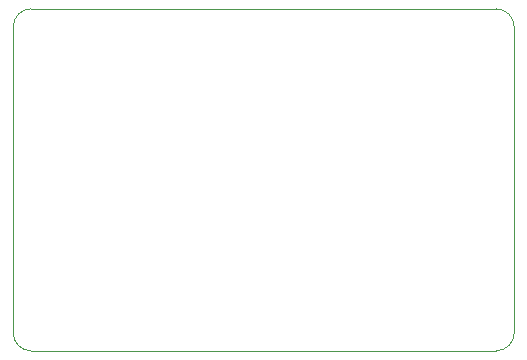
<source format=gbr>
%TF.GenerationSoftware,KiCad,Pcbnew,7.0.10*%
%TF.CreationDate,2024-02-21T00:47:17-06:00*%
%TF.ProjectId,Power-Module,506f7765-722d-44d6-9f64-756c652e6b69,rev?*%
%TF.SameCoordinates,Original*%
%TF.FileFunction,Profile,NP*%
%FSLAX46Y46*%
G04 Gerber Fmt 4.6, Leading zero omitted, Abs format (unit mm)*
G04 Created by KiCad (PCBNEW 7.0.10) date 2024-02-21 00:47:17*
%MOMM*%
%LPD*%
G01*
G04 APERTURE LIST*
%TA.AperFunction,Profile*%
%ADD10C,0.100000*%
%TD*%
%TA.AperFunction,Profile*%
%ADD11C,0.101600*%
%TD*%
G04 APERTURE END LIST*
D10*
X166116000Y-104648000D02*
X126746000Y-104647998D01*
X167640000Y-77216002D02*
X167640000Y-103124000D01*
X126746002Y-75692000D02*
X166116000Y-75692002D01*
X125222000Y-103123998D02*
X125222002Y-77216000D01*
D11*
X125222002Y-103123998D02*
G75*
G03*
X126746000Y-104647998I1523999J-1D01*
G01*
X126746002Y-75692000D02*
G75*
G03*
X125222002Y-77216000I1J-1524001D01*
G01*
X167640000Y-77216002D02*
G75*
G03*
X166116000Y-75692002I-1524001J-1D01*
G01*
X166116000Y-104647998D02*
G75*
G03*
X167640000Y-103124000I2J1523998D01*
G01*
M02*

</source>
